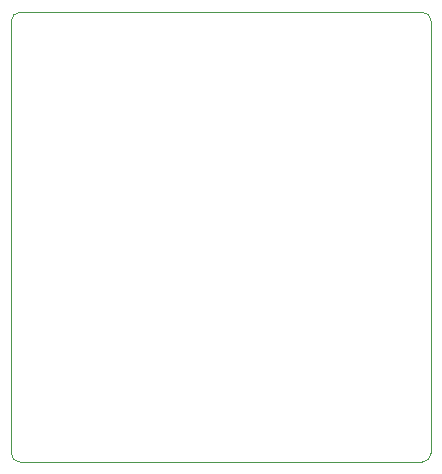
<source format=gbr>
%TF.GenerationSoftware,KiCad,Pcbnew,6.0.4-6f826c9f35~116~ubuntu20.04.1*%
%TF.CreationDate,2022-04-11T15:29:44-04:00*%
%TF.ProjectId,Brake Controller,4272616b-6520-4436-9f6e-74726f6c6c65,A*%
%TF.SameCoordinates,Original*%
%TF.FileFunction,Profile,NP*%
%FSLAX46Y46*%
G04 Gerber Fmt 4.6, Leading zero omitted, Abs format (unit mm)*
G04 Created by KiCad (PCBNEW 6.0.4-6f826c9f35~116~ubuntu20.04.1) date 2022-04-11 15:29:44*
%MOMM*%
%LPD*%
G01*
G04 APERTURE LIST*
%TA.AperFunction,Profile*%
%ADD10C,0.100000*%
%TD*%
G04 APERTURE END LIST*
D10*
X156718000Y-124460000D02*
G75*
G03*
X157480000Y-123698000I0J762000D01*
G01*
X122682000Y-86360000D02*
X156718000Y-86360000D01*
X121920000Y-87122000D02*
X121920000Y-123698000D01*
X157480000Y-123698000D02*
X157480000Y-87122000D01*
X157480000Y-87122000D02*
G75*
G03*
X156718000Y-86360000I-762000J0D01*
G01*
X122682000Y-86360000D02*
G75*
G03*
X121920000Y-87122000I0J-762000D01*
G01*
X121920000Y-123698000D02*
G75*
G03*
X122682000Y-124460000I762000J0D01*
G01*
X122682000Y-124460000D02*
X156718000Y-124460000D01*
M02*

</source>
